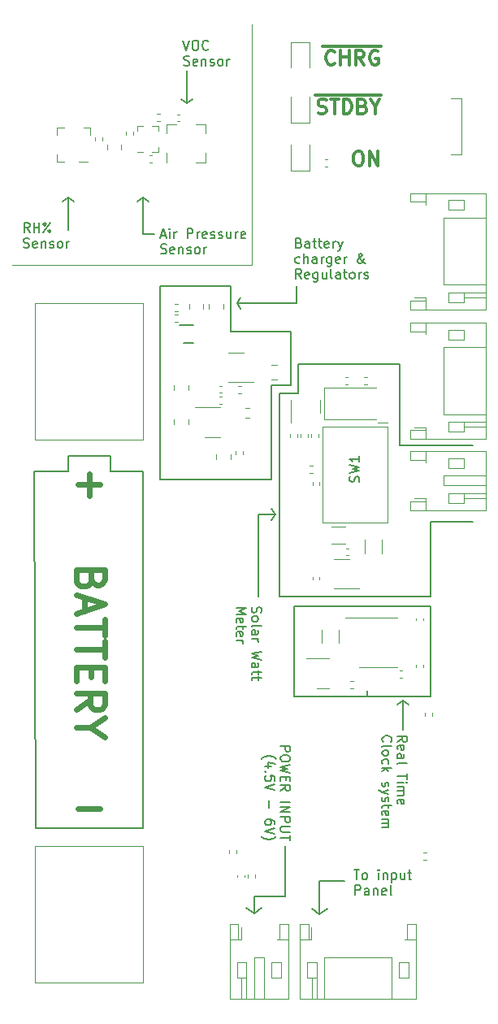
<source format=gbr>
%TF.GenerationSoftware,KiCad,Pcbnew,(6.0.9)*%
%TF.CreationDate,2023-05-10T12:51:21+05:30*%
%TF.ProjectId,WeatherKids_Compact(V1.0),57656174-6865-4724-9b69-64735f436f6d,rev?*%
%TF.SameCoordinates,Original*%
%TF.FileFunction,Legend,Top*%
%TF.FilePolarity,Positive*%
%FSLAX46Y46*%
G04 Gerber Fmt 4.6, Leading zero omitted, Abs format (unit mm)*
G04 Created by KiCad (PCBNEW (6.0.9)) date 2023-05-10 12:51:21*
%MOMM*%
%LPD*%
G01*
G04 APERTURE LIST*
%ADD10C,0.152400*%
%ADD11C,0.100000*%
%ADD12C,0.150000*%
%ADD13C,0.300000*%
%ADD14C,0.600000*%
%ADD15C,0.120000*%
G04 APERTURE END LIST*
D10*
X32000000Y-92700000D02*
X32800000Y-92100000D01*
X27800000Y-47400000D02*
X27800000Y-38400000D01*
X25200000Y-90800000D02*
X28400000Y-90800000D01*
X23400000Y-29000000D02*
X23800000Y-29600000D01*
X40400000Y-35400000D02*
X40400000Y-43800000D01*
X29000000Y-32000000D02*
X22800000Y-32000000D01*
X43600000Y-70000000D02*
X37100000Y-70000000D01*
X15400000Y-27200000D02*
X15400000Y-47400000D01*
X43600000Y-60600000D02*
X43600000Y-70000000D01*
X27800000Y-38400000D02*
X29200000Y-38400000D01*
X13600000Y-18000000D02*
X13000000Y-18400000D01*
X40700000Y-70450000D02*
X41300000Y-70850000D01*
X37000000Y-69400000D02*
X37000000Y-70000000D01*
X5800000Y-21400000D02*
X5800000Y-18000000D01*
X27800000Y-59600000D02*
X27800000Y-47400000D01*
X25200000Y-92600000D02*
X26000000Y-92000000D01*
X25600000Y-51000000D02*
X27400000Y-51000000D01*
X29600000Y-29000000D02*
X29600000Y-27200000D01*
X28400000Y-90800000D02*
X28400000Y-85600000D01*
X22800000Y-32000000D02*
X22800000Y-27200000D01*
D11*
X0Y-25000000D02*
X25000000Y-25000000D01*
D10*
X29200000Y-38400000D02*
X29800000Y-38400000D01*
D11*
X25000000Y-25000000D02*
X25000000Y0D01*
D10*
X13600000Y-46500000D02*
X13600000Y-83700000D01*
X40700000Y-73450000D02*
X40700000Y-70450000D01*
X43600000Y-59600000D02*
X27800000Y-59600000D01*
X13600000Y-18000000D02*
X14200000Y-18400000D01*
X29400000Y-70000000D02*
X29400000Y-60600000D01*
X29800000Y-35400000D02*
X40400000Y-35400000D01*
X29600000Y-29000000D02*
X23400000Y-29000000D01*
X27400000Y-51000000D02*
X27000000Y-50400000D01*
X40700000Y-70450000D02*
X40100000Y-70850000D01*
X27400000Y-51000000D02*
X27000000Y-51600000D01*
X25200000Y-92600000D02*
X24400000Y-92000000D01*
X15400000Y-47400000D02*
X27000000Y-47400000D01*
X23400000Y-29000000D02*
X23800000Y-28400000D01*
X13600000Y-21800000D02*
X14800000Y-21800000D01*
X43600000Y-51800000D02*
X43600000Y-59600000D01*
X18200000Y-8200000D02*
X17600000Y-7800000D01*
X2400000Y-83700000D02*
X2300000Y-46500000D01*
X27000000Y-37600000D02*
X29000000Y-37600000D01*
X5800000Y-44900000D02*
X10200000Y-44900000D01*
X34600000Y-89200000D02*
X32000000Y-89200000D01*
X18200000Y-4800000D02*
X18200000Y-8200000D01*
X5800000Y-46500000D02*
X5800000Y-44900000D01*
X40400000Y-43800000D02*
X48000000Y-43800000D01*
X10200000Y-44900000D02*
X10200000Y-46500000D01*
X27000000Y-47400000D02*
X27000000Y-37600000D01*
X29000000Y-37600000D02*
X29000000Y-32000000D01*
X29400000Y-60600000D02*
X43600000Y-60600000D01*
X13600000Y-83700000D02*
X2400000Y-83700000D01*
X13600000Y-21800000D02*
X13600000Y-18000000D01*
X5800000Y-18000000D02*
X5200000Y-18400000D01*
X37000000Y-70000000D02*
X29400000Y-70000000D01*
X48000000Y-51800000D02*
X43600000Y-51800000D01*
X25600000Y-51000000D02*
X25600000Y-59600000D01*
X32000000Y-89200000D02*
X32000000Y-92600000D01*
X25200000Y-92600000D02*
X25200000Y-90800000D01*
X22800000Y-27200000D02*
X15400000Y-27200000D01*
X5800000Y-18000000D02*
X6400000Y-18400000D01*
X2300000Y-46500000D02*
X5800000Y-46500000D01*
X18200000Y-8200000D02*
X18800000Y-7800000D01*
X10200000Y-46500000D02*
X13600000Y-46500000D01*
X32000000Y-92700000D02*
X31200000Y-92100000D01*
X29800000Y-38400000D02*
X29800000Y-35400000D01*
D12*
X29868928Y-22718571D02*
X30011785Y-22766190D01*
X30059404Y-22813809D01*
X30107023Y-22909047D01*
X30107023Y-23051904D01*
X30059404Y-23147142D01*
X30011785Y-23194761D01*
X29916547Y-23242380D01*
X29535595Y-23242380D01*
X29535595Y-22242380D01*
X29868928Y-22242380D01*
X29964166Y-22290000D01*
X30011785Y-22337619D01*
X30059404Y-22432857D01*
X30059404Y-22528095D01*
X30011785Y-22623333D01*
X29964166Y-22670952D01*
X29868928Y-22718571D01*
X29535595Y-22718571D01*
X30964166Y-23242380D02*
X30964166Y-22718571D01*
X30916547Y-22623333D01*
X30821309Y-22575714D01*
X30630833Y-22575714D01*
X30535595Y-22623333D01*
X30964166Y-23194761D02*
X30868928Y-23242380D01*
X30630833Y-23242380D01*
X30535595Y-23194761D01*
X30487976Y-23099523D01*
X30487976Y-23004285D01*
X30535595Y-22909047D01*
X30630833Y-22861428D01*
X30868928Y-22861428D01*
X30964166Y-22813809D01*
X31297500Y-22575714D02*
X31678452Y-22575714D01*
X31440357Y-22242380D02*
X31440357Y-23099523D01*
X31487976Y-23194761D01*
X31583214Y-23242380D01*
X31678452Y-23242380D01*
X31868928Y-22575714D02*
X32249880Y-22575714D01*
X32011785Y-22242380D02*
X32011785Y-23099523D01*
X32059404Y-23194761D01*
X32154642Y-23242380D01*
X32249880Y-23242380D01*
X32964166Y-23194761D02*
X32868928Y-23242380D01*
X32678452Y-23242380D01*
X32583214Y-23194761D01*
X32535595Y-23099523D01*
X32535595Y-22718571D01*
X32583214Y-22623333D01*
X32678452Y-22575714D01*
X32868928Y-22575714D01*
X32964166Y-22623333D01*
X33011785Y-22718571D01*
X33011785Y-22813809D01*
X32535595Y-22909047D01*
X33440357Y-23242380D02*
X33440357Y-22575714D01*
X33440357Y-22766190D02*
X33487976Y-22670952D01*
X33535595Y-22623333D01*
X33630833Y-22575714D01*
X33726071Y-22575714D01*
X33964166Y-22575714D02*
X34202261Y-23242380D01*
X34440357Y-22575714D02*
X34202261Y-23242380D01*
X34107023Y-23480476D01*
X34059404Y-23528095D01*
X33964166Y-23575714D01*
X29964166Y-24804761D02*
X29868928Y-24852380D01*
X29678452Y-24852380D01*
X29583214Y-24804761D01*
X29535595Y-24757142D01*
X29487976Y-24661904D01*
X29487976Y-24376190D01*
X29535595Y-24280952D01*
X29583214Y-24233333D01*
X29678452Y-24185714D01*
X29868928Y-24185714D01*
X29964166Y-24233333D01*
X30392738Y-24852380D02*
X30392738Y-23852380D01*
X30821309Y-24852380D02*
X30821309Y-24328571D01*
X30773690Y-24233333D01*
X30678452Y-24185714D01*
X30535595Y-24185714D01*
X30440357Y-24233333D01*
X30392738Y-24280952D01*
X31726071Y-24852380D02*
X31726071Y-24328571D01*
X31678452Y-24233333D01*
X31583214Y-24185714D01*
X31392738Y-24185714D01*
X31297500Y-24233333D01*
X31726071Y-24804761D02*
X31630833Y-24852380D01*
X31392738Y-24852380D01*
X31297500Y-24804761D01*
X31249880Y-24709523D01*
X31249880Y-24614285D01*
X31297500Y-24519047D01*
X31392738Y-24471428D01*
X31630833Y-24471428D01*
X31726071Y-24423809D01*
X32202261Y-24852380D02*
X32202261Y-24185714D01*
X32202261Y-24376190D02*
X32249880Y-24280952D01*
X32297500Y-24233333D01*
X32392738Y-24185714D01*
X32487976Y-24185714D01*
X33249880Y-24185714D02*
X33249880Y-24995238D01*
X33202261Y-25090476D01*
X33154642Y-25138095D01*
X33059404Y-25185714D01*
X32916547Y-25185714D01*
X32821309Y-25138095D01*
X33249880Y-24804761D02*
X33154642Y-24852380D01*
X32964166Y-24852380D01*
X32868928Y-24804761D01*
X32821309Y-24757142D01*
X32773690Y-24661904D01*
X32773690Y-24376190D01*
X32821309Y-24280952D01*
X32868928Y-24233333D01*
X32964166Y-24185714D01*
X33154642Y-24185714D01*
X33249880Y-24233333D01*
X34107023Y-24804761D02*
X34011785Y-24852380D01*
X33821309Y-24852380D01*
X33726071Y-24804761D01*
X33678452Y-24709523D01*
X33678452Y-24328571D01*
X33726071Y-24233333D01*
X33821309Y-24185714D01*
X34011785Y-24185714D01*
X34107023Y-24233333D01*
X34154642Y-24328571D01*
X34154642Y-24423809D01*
X33678452Y-24519047D01*
X34583214Y-24852380D02*
X34583214Y-24185714D01*
X34583214Y-24376190D02*
X34630833Y-24280952D01*
X34678452Y-24233333D01*
X34773690Y-24185714D01*
X34868928Y-24185714D01*
X36773690Y-24852380D02*
X36726071Y-24852380D01*
X36630833Y-24804761D01*
X36487976Y-24661904D01*
X36249880Y-24376190D01*
X36154642Y-24233333D01*
X36107023Y-24090476D01*
X36107023Y-23995238D01*
X36154642Y-23900000D01*
X36249880Y-23852380D01*
X36297500Y-23852380D01*
X36392738Y-23900000D01*
X36440357Y-23995238D01*
X36440357Y-24042857D01*
X36392738Y-24138095D01*
X36345119Y-24185714D01*
X36059404Y-24376190D01*
X36011785Y-24423809D01*
X35964166Y-24519047D01*
X35964166Y-24661904D01*
X36011785Y-24757142D01*
X36059404Y-24804761D01*
X36154642Y-24852380D01*
X36297500Y-24852380D01*
X36392738Y-24804761D01*
X36440357Y-24757142D01*
X36583214Y-24566666D01*
X36630833Y-24423809D01*
X36630833Y-24328571D01*
X30107023Y-26462380D02*
X29773690Y-25986190D01*
X29535595Y-26462380D02*
X29535595Y-25462380D01*
X29916547Y-25462380D01*
X30011785Y-25510000D01*
X30059404Y-25557619D01*
X30107023Y-25652857D01*
X30107023Y-25795714D01*
X30059404Y-25890952D01*
X30011785Y-25938571D01*
X29916547Y-25986190D01*
X29535595Y-25986190D01*
X30916547Y-26414761D02*
X30821309Y-26462380D01*
X30630833Y-26462380D01*
X30535595Y-26414761D01*
X30487976Y-26319523D01*
X30487976Y-25938571D01*
X30535595Y-25843333D01*
X30630833Y-25795714D01*
X30821309Y-25795714D01*
X30916547Y-25843333D01*
X30964166Y-25938571D01*
X30964166Y-26033809D01*
X30487976Y-26129047D01*
X31821309Y-25795714D02*
X31821309Y-26605238D01*
X31773690Y-26700476D01*
X31726071Y-26748095D01*
X31630833Y-26795714D01*
X31487976Y-26795714D01*
X31392738Y-26748095D01*
X31821309Y-26414761D02*
X31726071Y-26462380D01*
X31535595Y-26462380D01*
X31440357Y-26414761D01*
X31392738Y-26367142D01*
X31345119Y-26271904D01*
X31345119Y-25986190D01*
X31392738Y-25890952D01*
X31440357Y-25843333D01*
X31535595Y-25795714D01*
X31726071Y-25795714D01*
X31821309Y-25843333D01*
X32726071Y-25795714D02*
X32726071Y-26462380D01*
X32297500Y-25795714D02*
X32297500Y-26319523D01*
X32345119Y-26414761D01*
X32440357Y-26462380D01*
X32583214Y-26462380D01*
X32678452Y-26414761D01*
X32726071Y-26367142D01*
X33345119Y-26462380D02*
X33249880Y-26414761D01*
X33202261Y-26319523D01*
X33202261Y-25462380D01*
X34154642Y-26462380D02*
X34154642Y-25938571D01*
X34107023Y-25843333D01*
X34011785Y-25795714D01*
X33821309Y-25795714D01*
X33726071Y-25843333D01*
X34154642Y-26414761D02*
X34059404Y-26462380D01*
X33821309Y-26462380D01*
X33726071Y-26414761D01*
X33678452Y-26319523D01*
X33678452Y-26224285D01*
X33726071Y-26129047D01*
X33821309Y-26081428D01*
X34059404Y-26081428D01*
X34154642Y-26033809D01*
X34487976Y-25795714D02*
X34868928Y-25795714D01*
X34630833Y-25462380D02*
X34630833Y-26319523D01*
X34678452Y-26414761D01*
X34773690Y-26462380D01*
X34868928Y-26462380D01*
X35345119Y-26462380D02*
X35249880Y-26414761D01*
X35202261Y-26367142D01*
X35154642Y-26271904D01*
X35154642Y-25986190D01*
X35202261Y-25890952D01*
X35249880Y-25843333D01*
X35345119Y-25795714D01*
X35487976Y-25795714D01*
X35583214Y-25843333D01*
X35630833Y-25890952D01*
X35678452Y-25986190D01*
X35678452Y-26271904D01*
X35630833Y-26367142D01*
X35583214Y-26414761D01*
X35487976Y-26462380D01*
X35345119Y-26462380D01*
X36107023Y-26462380D02*
X36107023Y-25795714D01*
X36107023Y-25986190D02*
X36154642Y-25890952D01*
X36202261Y-25843333D01*
X36297500Y-25795714D01*
X36392738Y-25795714D01*
X36678452Y-26414761D02*
X36773690Y-26462380D01*
X36964166Y-26462380D01*
X37059404Y-26414761D01*
X37107023Y-26319523D01*
X37107023Y-26271904D01*
X37059404Y-26176666D01*
X36964166Y-26129047D01*
X36821309Y-26129047D01*
X36726071Y-26081428D01*
X36678452Y-25986190D01*
X36678452Y-25938571D01*
X36726071Y-25843333D01*
X36821309Y-25795714D01*
X36964166Y-25795714D01*
X37059404Y-25843333D01*
D13*
X31578571Y-7355000D02*
X33007143Y-7355000D01*
X31864285Y-9207142D02*
X32078571Y-9278571D01*
X32435714Y-9278571D01*
X32578571Y-9207142D01*
X32650000Y-9135714D01*
X32721428Y-8992857D01*
X32721428Y-8850000D01*
X32650000Y-8707142D01*
X32578571Y-8635714D01*
X32435714Y-8564285D01*
X32150000Y-8492857D01*
X32007143Y-8421428D01*
X31935714Y-8350000D01*
X31864285Y-8207142D01*
X31864285Y-8064285D01*
X31935714Y-7921428D01*
X32007143Y-7850000D01*
X32150000Y-7778571D01*
X32507143Y-7778571D01*
X32721428Y-7850000D01*
X33007143Y-7355000D02*
X34150000Y-7355000D01*
X33150000Y-7778571D02*
X34007143Y-7778571D01*
X33578571Y-9278571D02*
X33578571Y-7778571D01*
X34150000Y-7355000D02*
X35650000Y-7355000D01*
X34507143Y-9278571D02*
X34507143Y-7778571D01*
X34864285Y-7778571D01*
X35078571Y-7850000D01*
X35221428Y-7992857D01*
X35292857Y-8135714D01*
X35364285Y-8421428D01*
X35364285Y-8635714D01*
X35292857Y-8921428D01*
X35221428Y-9064285D01*
X35078571Y-9207142D01*
X34864285Y-9278571D01*
X34507143Y-9278571D01*
X35650000Y-7355000D02*
X37150000Y-7355000D01*
X36507143Y-8492857D02*
X36721428Y-8564285D01*
X36792857Y-8635714D01*
X36864285Y-8778571D01*
X36864285Y-8992857D01*
X36792857Y-9135714D01*
X36721428Y-9207142D01*
X36578571Y-9278571D01*
X36007143Y-9278571D01*
X36007143Y-7778571D01*
X36507143Y-7778571D01*
X36650000Y-7850000D01*
X36721428Y-7921428D01*
X36792857Y-8064285D01*
X36792857Y-8207142D01*
X36721428Y-8350000D01*
X36650000Y-8421428D01*
X36507143Y-8492857D01*
X36007143Y-8492857D01*
X37150000Y-7355000D02*
X38435714Y-7355000D01*
X37792857Y-8564285D02*
X37792857Y-9278571D01*
X37292857Y-7778571D02*
X37792857Y-8564285D01*
X38292857Y-7778571D01*
X32364285Y-2255000D02*
X33864285Y-2255000D01*
X33578571Y-4035714D02*
X33507142Y-4107142D01*
X33292857Y-4178571D01*
X33150000Y-4178571D01*
X32935714Y-4107142D01*
X32792857Y-3964285D01*
X32721428Y-3821428D01*
X32650000Y-3535714D01*
X32650000Y-3321428D01*
X32721428Y-3035714D01*
X32792857Y-2892857D01*
X32935714Y-2750000D01*
X33150000Y-2678571D01*
X33292857Y-2678571D01*
X33507142Y-2750000D01*
X33578571Y-2821428D01*
X33864285Y-2255000D02*
X35435714Y-2255000D01*
X34221428Y-4178571D02*
X34221428Y-2678571D01*
X34221428Y-3392857D02*
X35078571Y-3392857D01*
X35078571Y-4178571D02*
X35078571Y-2678571D01*
X35435714Y-2255000D02*
X36935714Y-2255000D01*
X36650000Y-4178571D02*
X36150000Y-3464285D01*
X35792857Y-4178571D02*
X35792857Y-2678571D01*
X36364285Y-2678571D01*
X36507142Y-2750000D01*
X36578571Y-2821428D01*
X36650000Y-2964285D01*
X36650000Y-3178571D01*
X36578571Y-3321428D01*
X36507142Y-3392857D01*
X36364285Y-3464285D01*
X35792857Y-3464285D01*
X36935714Y-2255000D02*
X38435714Y-2255000D01*
X38078571Y-2750000D02*
X37935714Y-2678571D01*
X37721428Y-2678571D01*
X37507142Y-2750000D01*
X37364285Y-2892857D01*
X37292857Y-3035714D01*
X37221428Y-3321428D01*
X37221428Y-3535714D01*
X37292857Y-3821428D01*
X37364285Y-3964285D01*
X37507142Y-4107142D01*
X37721428Y-4178571D01*
X37864285Y-4178571D01*
X38078571Y-4107142D01*
X38150000Y-4035714D01*
X38150000Y-3535714D01*
X37864285Y-3535714D01*
D14*
X8214285Y-57800000D02*
X8071428Y-58228571D01*
X7928571Y-58371428D01*
X7642857Y-58514285D01*
X7214285Y-58514285D01*
X6928571Y-58371428D01*
X6785714Y-58228571D01*
X6642857Y-57942857D01*
X6642857Y-56800000D01*
X9642857Y-56800000D01*
X9642857Y-57800000D01*
X9500000Y-58085714D01*
X9357142Y-58228571D01*
X9071428Y-58371428D01*
X8785714Y-58371428D01*
X8500000Y-58228571D01*
X8357142Y-58085714D01*
X8214285Y-57800000D01*
X8214285Y-56800000D01*
X7500000Y-59657142D02*
X7500000Y-61085714D01*
X6642857Y-59371428D02*
X9642857Y-60371428D01*
X6642857Y-61371428D01*
X9642857Y-61942857D02*
X9642857Y-63657142D01*
X6642857Y-62800000D02*
X9642857Y-62800000D01*
X9642857Y-64228571D02*
X9642857Y-65942857D01*
X6642857Y-65085714D02*
X9642857Y-65085714D01*
X8214285Y-66942857D02*
X8214285Y-67942857D01*
X6642857Y-68371428D02*
X6642857Y-66942857D01*
X9642857Y-66942857D01*
X9642857Y-68371428D01*
X6642857Y-71371428D02*
X8071428Y-70371428D01*
X6642857Y-69657142D02*
X9642857Y-69657142D01*
X9642857Y-70800000D01*
X9499999Y-71085714D01*
X9357142Y-71228571D01*
X9071428Y-71371428D01*
X8642857Y-71371428D01*
X8357142Y-71228571D01*
X8214285Y-71085714D01*
X8071428Y-70800000D01*
X8071428Y-69657142D01*
X8071428Y-73228571D02*
X6642857Y-73228571D01*
X9642857Y-72228571D02*
X8071428Y-73228571D01*
X9642857Y-74228571D01*
D13*
X35935714Y-13178571D02*
X36221428Y-13178571D01*
X36364286Y-13250000D01*
X36507143Y-13392857D01*
X36578571Y-13678571D01*
X36578571Y-14178571D01*
X36507143Y-14464285D01*
X36364286Y-14607142D01*
X36221428Y-14678571D01*
X35935714Y-14678571D01*
X35792857Y-14607142D01*
X35650000Y-14464285D01*
X35578571Y-14178571D01*
X35578571Y-13678571D01*
X35650000Y-13392857D01*
X35792857Y-13250000D01*
X35935714Y-13178571D01*
X37221428Y-14678571D02*
X37221428Y-13178571D01*
X38078571Y-14678571D01*
X38078571Y-13178571D01*
D14*
X6857142Y-47914285D02*
X9142857Y-47914285D01*
X8000000Y-49057142D02*
X8000000Y-46771428D01*
D12*
X40152619Y-74707023D02*
X40628809Y-74373690D01*
X40152619Y-74135595D02*
X41152619Y-74135595D01*
X41152619Y-74516547D01*
X41105000Y-74611785D01*
X41057380Y-74659404D01*
X40962142Y-74707023D01*
X40819285Y-74707023D01*
X40724047Y-74659404D01*
X40676428Y-74611785D01*
X40628809Y-74516547D01*
X40628809Y-74135595D01*
X40200238Y-75516547D02*
X40152619Y-75421309D01*
X40152619Y-75230833D01*
X40200238Y-75135595D01*
X40295476Y-75087976D01*
X40676428Y-75087976D01*
X40771666Y-75135595D01*
X40819285Y-75230833D01*
X40819285Y-75421309D01*
X40771666Y-75516547D01*
X40676428Y-75564166D01*
X40581190Y-75564166D01*
X40485952Y-75087976D01*
X40152619Y-76421309D02*
X40676428Y-76421309D01*
X40771666Y-76373690D01*
X40819285Y-76278452D01*
X40819285Y-76087976D01*
X40771666Y-75992738D01*
X40200238Y-76421309D02*
X40152619Y-76326071D01*
X40152619Y-76087976D01*
X40200238Y-75992738D01*
X40295476Y-75945119D01*
X40390714Y-75945119D01*
X40485952Y-75992738D01*
X40533571Y-76087976D01*
X40533571Y-76326071D01*
X40581190Y-76421309D01*
X40152619Y-77040357D02*
X40200238Y-76945119D01*
X40295476Y-76897500D01*
X41152619Y-76897500D01*
X41152619Y-78040357D02*
X41152619Y-78611785D01*
X40152619Y-78326071D02*
X41152619Y-78326071D01*
X40152619Y-78945119D02*
X40819285Y-78945119D01*
X41152619Y-78945119D02*
X41105000Y-78897500D01*
X41057380Y-78945119D01*
X41105000Y-78992738D01*
X41152619Y-78945119D01*
X41057380Y-78945119D01*
X40152619Y-79421309D02*
X40819285Y-79421309D01*
X40724047Y-79421309D02*
X40771666Y-79468928D01*
X40819285Y-79564166D01*
X40819285Y-79707023D01*
X40771666Y-79802261D01*
X40676428Y-79849880D01*
X40152619Y-79849880D01*
X40676428Y-79849880D02*
X40771666Y-79897500D01*
X40819285Y-79992738D01*
X40819285Y-80135595D01*
X40771666Y-80230833D01*
X40676428Y-80278452D01*
X40152619Y-80278452D01*
X40200238Y-81135595D02*
X40152619Y-81040357D01*
X40152619Y-80849880D01*
X40200238Y-80754642D01*
X40295476Y-80707023D01*
X40676428Y-80707023D01*
X40771666Y-80754642D01*
X40819285Y-80849880D01*
X40819285Y-81040357D01*
X40771666Y-81135595D01*
X40676428Y-81183214D01*
X40581190Y-81183214D01*
X40485952Y-80707023D01*
X38637857Y-74707023D02*
X38590238Y-74659404D01*
X38542619Y-74516547D01*
X38542619Y-74421309D01*
X38590238Y-74278452D01*
X38685476Y-74183214D01*
X38780714Y-74135595D01*
X38971190Y-74087976D01*
X39114047Y-74087976D01*
X39304523Y-74135595D01*
X39399761Y-74183214D01*
X39495000Y-74278452D01*
X39542619Y-74421309D01*
X39542619Y-74516547D01*
X39495000Y-74659404D01*
X39447380Y-74707023D01*
X38542619Y-75278452D02*
X38590238Y-75183214D01*
X38685476Y-75135595D01*
X39542619Y-75135595D01*
X38542619Y-75802261D02*
X38590238Y-75707023D01*
X38637857Y-75659404D01*
X38733095Y-75611785D01*
X39018809Y-75611785D01*
X39114047Y-75659404D01*
X39161666Y-75707023D01*
X39209285Y-75802261D01*
X39209285Y-75945119D01*
X39161666Y-76040357D01*
X39114047Y-76087976D01*
X39018809Y-76135595D01*
X38733095Y-76135595D01*
X38637857Y-76087976D01*
X38590238Y-76040357D01*
X38542619Y-75945119D01*
X38542619Y-75802261D01*
X38590238Y-76992738D02*
X38542619Y-76897500D01*
X38542619Y-76707023D01*
X38590238Y-76611785D01*
X38637857Y-76564166D01*
X38733095Y-76516547D01*
X39018809Y-76516547D01*
X39114047Y-76564166D01*
X39161666Y-76611785D01*
X39209285Y-76707023D01*
X39209285Y-76897500D01*
X39161666Y-76992738D01*
X38542619Y-77421309D02*
X39542619Y-77421309D01*
X38923571Y-77516547D02*
X38542619Y-77802261D01*
X39209285Y-77802261D02*
X38828333Y-77421309D01*
X38590238Y-78945119D02*
X38542619Y-79040357D01*
X38542619Y-79230833D01*
X38590238Y-79326071D01*
X38685476Y-79373690D01*
X38733095Y-79373690D01*
X38828333Y-79326071D01*
X38875952Y-79230833D01*
X38875952Y-79087976D01*
X38923571Y-78992738D01*
X39018809Y-78945119D01*
X39066428Y-78945119D01*
X39161666Y-78992738D01*
X39209285Y-79087976D01*
X39209285Y-79230833D01*
X39161666Y-79326071D01*
X39209285Y-79707023D02*
X38542619Y-79945119D01*
X39209285Y-80183214D02*
X38542619Y-79945119D01*
X38304523Y-79849880D01*
X38256904Y-79802261D01*
X38209285Y-79707023D01*
X38590238Y-80516547D02*
X38542619Y-80611785D01*
X38542619Y-80802261D01*
X38590238Y-80897500D01*
X38685476Y-80945119D01*
X38733095Y-80945119D01*
X38828333Y-80897500D01*
X38875952Y-80802261D01*
X38875952Y-80659404D01*
X38923571Y-80564166D01*
X39018809Y-80516547D01*
X39066428Y-80516547D01*
X39161666Y-80564166D01*
X39209285Y-80659404D01*
X39209285Y-80802261D01*
X39161666Y-80897500D01*
X39209285Y-81230833D02*
X39209285Y-81611785D01*
X39542619Y-81373690D02*
X38685476Y-81373690D01*
X38590238Y-81421309D01*
X38542619Y-81516547D01*
X38542619Y-81611785D01*
X38590238Y-82326071D02*
X38542619Y-82230833D01*
X38542619Y-82040357D01*
X38590238Y-81945119D01*
X38685476Y-81897500D01*
X39066428Y-81897500D01*
X39161666Y-81945119D01*
X39209285Y-82040357D01*
X39209285Y-82230833D01*
X39161666Y-82326071D01*
X39066428Y-82373690D01*
X38971190Y-82373690D01*
X38875952Y-81897500D01*
X38542619Y-82802261D02*
X39209285Y-82802261D01*
X39114047Y-82802261D02*
X39161666Y-82849880D01*
X39209285Y-82945119D01*
X39209285Y-83087976D01*
X39161666Y-83183214D01*
X39066428Y-83230833D01*
X38542619Y-83230833D01*
X39066428Y-83230833D02*
X39161666Y-83278452D01*
X39209285Y-83373690D01*
X39209285Y-83516547D01*
X39161666Y-83611785D01*
X39066428Y-83659404D01*
X38542619Y-83659404D01*
X15487976Y-21961666D02*
X15964166Y-21961666D01*
X15392738Y-22247380D02*
X15726071Y-21247380D01*
X16059404Y-22247380D01*
X16392738Y-22247380D02*
X16392738Y-21580714D01*
X16392738Y-21247380D02*
X16345119Y-21295000D01*
X16392738Y-21342619D01*
X16440357Y-21295000D01*
X16392738Y-21247380D01*
X16392738Y-21342619D01*
X16868928Y-22247380D02*
X16868928Y-21580714D01*
X16868928Y-21771190D02*
X16916547Y-21675952D01*
X16964166Y-21628333D01*
X17059404Y-21580714D01*
X17154642Y-21580714D01*
X18249880Y-22247380D02*
X18249880Y-21247380D01*
X18630833Y-21247380D01*
X18726071Y-21295000D01*
X18773690Y-21342619D01*
X18821309Y-21437857D01*
X18821309Y-21580714D01*
X18773690Y-21675952D01*
X18726071Y-21723571D01*
X18630833Y-21771190D01*
X18249880Y-21771190D01*
X19249880Y-22247380D02*
X19249880Y-21580714D01*
X19249880Y-21771190D02*
X19297500Y-21675952D01*
X19345119Y-21628333D01*
X19440357Y-21580714D01*
X19535595Y-21580714D01*
X20249880Y-22199761D02*
X20154642Y-22247380D01*
X19964166Y-22247380D01*
X19868928Y-22199761D01*
X19821309Y-22104523D01*
X19821309Y-21723571D01*
X19868928Y-21628333D01*
X19964166Y-21580714D01*
X20154642Y-21580714D01*
X20249880Y-21628333D01*
X20297500Y-21723571D01*
X20297500Y-21818809D01*
X19821309Y-21914047D01*
X20678452Y-22199761D02*
X20773690Y-22247380D01*
X20964166Y-22247380D01*
X21059404Y-22199761D01*
X21107023Y-22104523D01*
X21107023Y-22056904D01*
X21059404Y-21961666D01*
X20964166Y-21914047D01*
X20821309Y-21914047D01*
X20726071Y-21866428D01*
X20678452Y-21771190D01*
X20678452Y-21723571D01*
X20726071Y-21628333D01*
X20821309Y-21580714D01*
X20964166Y-21580714D01*
X21059404Y-21628333D01*
X21487976Y-22199761D02*
X21583214Y-22247380D01*
X21773690Y-22247380D01*
X21868928Y-22199761D01*
X21916547Y-22104523D01*
X21916547Y-22056904D01*
X21868928Y-21961666D01*
X21773690Y-21914047D01*
X21630833Y-21914047D01*
X21535595Y-21866428D01*
X21487976Y-21771190D01*
X21487976Y-21723571D01*
X21535595Y-21628333D01*
X21630833Y-21580714D01*
X21773690Y-21580714D01*
X21868928Y-21628333D01*
X22773690Y-21580714D02*
X22773690Y-22247380D01*
X22345119Y-21580714D02*
X22345119Y-22104523D01*
X22392738Y-22199761D01*
X22487976Y-22247380D01*
X22630833Y-22247380D01*
X22726071Y-22199761D01*
X22773690Y-22152142D01*
X23249880Y-22247380D02*
X23249880Y-21580714D01*
X23249880Y-21771190D02*
X23297500Y-21675952D01*
X23345119Y-21628333D01*
X23440357Y-21580714D01*
X23535595Y-21580714D01*
X24249880Y-22199761D02*
X24154642Y-22247380D01*
X23964166Y-22247380D01*
X23868928Y-22199761D01*
X23821309Y-22104523D01*
X23821309Y-21723571D01*
X23868928Y-21628333D01*
X23964166Y-21580714D01*
X24154642Y-21580714D01*
X24249880Y-21628333D01*
X24297500Y-21723571D01*
X24297500Y-21818809D01*
X23821309Y-21914047D01*
X15487976Y-23809761D02*
X15630833Y-23857380D01*
X15868928Y-23857380D01*
X15964166Y-23809761D01*
X16011785Y-23762142D01*
X16059404Y-23666904D01*
X16059404Y-23571666D01*
X16011785Y-23476428D01*
X15964166Y-23428809D01*
X15868928Y-23381190D01*
X15678452Y-23333571D01*
X15583214Y-23285952D01*
X15535595Y-23238333D01*
X15487976Y-23143095D01*
X15487976Y-23047857D01*
X15535595Y-22952619D01*
X15583214Y-22905000D01*
X15678452Y-22857380D01*
X15916547Y-22857380D01*
X16059404Y-22905000D01*
X16868928Y-23809761D02*
X16773690Y-23857380D01*
X16583214Y-23857380D01*
X16487976Y-23809761D01*
X16440357Y-23714523D01*
X16440357Y-23333571D01*
X16487976Y-23238333D01*
X16583214Y-23190714D01*
X16773690Y-23190714D01*
X16868928Y-23238333D01*
X16916547Y-23333571D01*
X16916547Y-23428809D01*
X16440357Y-23524047D01*
X17345119Y-23190714D02*
X17345119Y-23857380D01*
X17345119Y-23285952D02*
X17392738Y-23238333D01*
X17487976Y-23190714D01*
X17630833Y-23190714D01*
X17726071Y-23238333D01*
X17773690Y-23333571D01*
X17773690Y-23857380D01*
X18202261Y-23809761D02*
X18297500Y-23857380D01*
X18487976Y-23857380D01*
X18583214Y-23809761D01*
X18630833Y-23714523D01*
X18630833Y-23666904D01*
X18583214Y-23571666D01*
X18487976Y-23524047D01*
X18345119Y-23524047D01*
X18249880Y-23476428D01*
X18202261Y-23381190D01*
X18202261Y-23333571D01*
X18249880Y-23238333D01*
X18345119Y-23190714D01*
X18487976Y-23190714D01*
X18583214Y-23238333D01*
X19202261Y-23857380D02*
X19107023Y-23809761D01*
X19059404Y-23762142D01*
X19011785Y-23666904D01*
X19011785Y-23381190D01*
X19059404Y-23285952D01*
X19107023Y-23238333D01*
X19202261Y-23190714D01*
X19345119Y-23190714D01*
X19440357Y-23238333D01*
X19487976Y-23285952D01*
X19535595Y-23381190D01*
X19535595Y-23666904D01*
X19487976Y-23762142D01*
X19440357Y-23809761D01*
X19345119Y-23857380D01*
X19202261Y-23857380D01*
X19964166Y-23857380D02*
X19964166Y-23190714D01*
X19964166Y-23381190D02*
X20011785Y-23285952D01*
X20059404Y-23238333D01*
X20154642Y-23190714D01*
X20249880Y-23190714D01*
X1807023Y-21647380D02*
X1473690Y-21171190D01*
X1235595Y-21647380D02*
X1235595Y-20647380D01*
X1616547Y-20647380D01*
X1711785Y-20695000D01*
X1759404Y-20742619D01*
X1807023Y-20837857D01*
X1807023Y-20980714D01*
X1759404Y-21075952D01*
X1711785Y-21123571D01*
X1616547Y-21171190D01*
X1235595Y-21171190D01*
X2235595Y-21647380D02*
X2235595Y-20647380D01*
X2235595Y-21123571D02*
X2807023Y-21123571D01*
X2807023Y-21647380D02*
X2807023Y-20647380D01*
X3235595Y-21647380D02*
X3997499Y-20647380D01*
X3378452Y-20647380D02*
X3473690Y-20695000D01*
X3521309Y-20790238D01*
X3473690Y-20885476D01*
X3378452Y-20933095D01*
X3283214Y-20885476D01*
X3235595Y-20790238D01*
X3283214Y-20695000D01*
X3378452Y-20647380D01*
X3949880Y-21599761D02*
X3997499Y-21504523D01*
X3949880Y-21409285D01*
X3854642Y-21361666D01*
X3759404Y-21409285D01*
X3711785Y-21504523D01*
X3759404Y-21599761D01*
X3854642Y-21647380D01*
X3949880Y-21599761D01*
X1187976Y-23209761D02*
X1330833Y-23257380D01*
X1568928Y-23257380D01*
X1664166Y-23209761D01*
X1711785Y-23162142D01*
X1759404Y-23066904D01*
X1759404Y-22971666D01*
X1711785Y-22876428D01*
X1664166Y-22828809D01*
X1568928Y-22781190D01*
X1378452Y-22733571D01*
X1283214Y-22685952D01*
X1235595Y-22638333D01*
X1187976Y-22543095D01*
X1187976Y-22447857D01*
X1235595Y-22352619D01*
X1283214Y-22305000D01*
X1378452Y-22257380D01*
X1616547Y-22257380D01*
X1759404Y-22305000D01*
X2568928Y-23209761D02*
X2473690Y-23257380D01*
X2283214Y-23257380D01*
X2187976Y-23209761D01*
X2140357Y-23114523D01*
X2140357Y-22733571D01*
X2187976Y-22638333D01*
X2283214Y-22590714D01*
X2473690Y-22590714D01*
X2568928Y-22638333D01*
X2616547Y-22733571D01*
X2616547Y-22828809D01*
X2140357Y-22924047D01*
X3045119Y-22590714D02*
X3045119Y-23257380D01*
X3045119Y-22685952D02*
X3092738Y-22638333D01*
X3187976Y-22590714D01*
X3330833Y-22590714D01*
X3426071Y-22638333D01*
X3473690Y-22733571D01*
X3473690Y-23257380D01*
X3902261Y-23209761D02*
X3997499Y-23257380D01*
X4187976Y-23257380D01*
X4283214Y-23209761D01*
X4330833Y-23114523D01*
X4330833Y-23066904D01*
X4283214Y-22971666D01*
X4187976Y-22924047D01*
X4045119Y-22924047D01*
X3949880Y-22876428D01*
X3902261Y-22781190D01*
X3902261Y-22733571D01*
X3949880Y-22638333D01*
X4045119Y-22590714D01*
X4187976Y-22590714D01*
X4283214Y-22638333D01*
X4902261Y-23257380D02*
X4807023Y-23209761D01*
X4759404Y-23162142D01*
X4711785Y-23066904D01*
X4711785Y-22781190D01*
X4759404Y-22685952D01*
X4807023Y-22638333D01*
X4902261Y-22590714D01*
X5045119Y-22590714D01*
X5140357Y-22638333D01*
X5187976Y-22685952D01*
X5235595Y-22781190D01*
X5235595Y-23066904D01*
X5187976Y-23162142D01*
X5140357Y-23209761D01*
X5045119Y-23257380D01*
X4902261Y-23257380D01*
X5664166Y-23257380D02*
X5664166Y-22590714D01*
X5664166Y-22781190D02*
X5711785Y-22685952D01*
X5759404Y-22638333D01*
X5854642Y-22590714D01*
X5949880Y-22590714D01*
D14*
X9142857Y-81685714D02*
X6857142Y-81685714D01*
D12*
X17792738Y-1647380D02*
X18126071Y-2647380D01*
X18459404Y-1647380D01*
X18983214Y-1647380D02*
X19173690Y-1647380D01*
X19268928Y-1695000D01*
X19364166Y-1790238D01*
X19411785Y-1980714D01*
X19411785Y-2314047D01*
X19364166Y-2504523D01*
X19268928Y-2599761D01*
X19173690Y-2647380D01*
X18983214Y-2647380D01*
X18887976Y-2599761D01*
X18792738Y-2504523D01*
X18745119Y-2314047D01*
X18745119Y-1980714D01*
X18792738Y-1790238D01*
X18887976Y-1695000D01*
X18983214Y-1647380D01*
X20411785Y-2552142D02*
X20364166Y-2599761D01*
X20221309Y-2647380D01*
X20126071Y-2647380D01*
X19983214Y-2599761D01*
X19887976Y-2504523D01*
X19840357Y-2409285D01*
X19792738Y-2218809D01*
X19792738Y-2075952D01*
X19840357Y-1885476D01*
X19887976Y-1790238D01*
X19983214Y-1695000D01*
X20126071Y-1647380D01*
X20221309Y-1647380D01*
X20364166Y-1695000D01*
X20411785Y-1742619D01*
X17887976Y-4209761D02*
X18030833Y-4257380D01*
X18268928Y-4257380D01*
X18364166Y-4209761D01*
X18411785Y-4162142D01*
X18459404Y-4066904D01*
X18459404Y-3971666D01*
X18411785Y-3876428D01*
X18364166Y-3828809D01*
X18268928Y-3781190D01*
X18078452Y-3733571D01*
X17983214Y-3685952D01*
X17935595Y-3638333D01*
X17887976Y-3543095D01*
X17887976Y-3447857D01*
X17935595Y-3352619D01*
X17983214Y-3305000D01*
X18078452Y-3257380D01*
X18316547Y-3257380D01*
X18459404Y-3305000D01*
X19268928Y-4209761D02*
X19173690Y-4257380D01*
X18983214Y-4257380D01*
X18887976Y-4209761D01*
X18840357Y-4114523D01*
X18840357Y-3733571D01*
X18887976Y-3638333D01*
X18983214Y-3590714D01*
X19173690Y-3590714D01*
X19268928Y-3638333D01*
X19316547Y-3733571D01*
X19316547Y-3828809D01*
X18840357Y-3924047D01*
X19745119Y-3590714D02*
X19745119Y-4257380D01*
X19745119Y-3685952D02*
X19792738Y-3638333D01*
X19887976Y-3590714D01*
X20030833Y-3590714D01*
X20126071Y-3638333D01*
X20173690Y-3733571D01*
X20173690Y-4257380D01*
X20602261Y-4209761D02*
X20697500Y-4257380D01*
X20887976Y-4257380D01*
X20983214Y-4209761D01*
X21030833Y-4114523D01*
X21030833Y-4066904D01*
X20983214Y-3971666D01*
X20887976Y-3924047D01*
X20745119Y-3924047D01*
X20649880Y-3876428D01*
X20602261Y-3781190D01*
X20602261Y-3733571D01*
X20649880Y-3638333D01*
X20745119Y-3590714D01*
X20887976Y-3590714D01*
X20983214Y-3638333D01*
X21602261Y-4257380D02*
X21507023Y-4209761D01*
X21459404Y-4162142D01*
X21411785Y-4066904D01*
X21411785Y-3781190D01*
X21459404Y-3685952D01*
X21507023Y-3638333D01*
X21602261Y-3590714D01*
X21745119Y-3590714D01*
X21840357Y-3638333D01*
X21887976Y-3685952D01*
X21935595Y-3781190D01*
X21935595Y-4066904D01*
X21887976Y-4162142D01*
X21840357Y-4209761D01*
X21745119Y-4257380D01*
X21602261Y-4257380D01*
X22364166Y-4257380D02*
X22364166Y-3590714D01*
X22364166Y-3781190D02*
X22411785Y-3685952D01*
X22459404Y-3638333D01*
X22554642Y-3590714D01*
X22649880Y-3590714D01*
X35592738Y-88047380D02*
X36164166Y-88047380D01*
X35878452Y-89047380D02*
X35878452Y-88047380D01*
X36640357Y-89047380D02*
X36545119Y-88999761D01*
X36497500Y-88952142D01*
X36449880Y-88856904D01*
X36449880Y-88571190D01*
X36497500Y-88475952D01*
X36545119Y-88428333D01*
X36640357Y-88380714D01*
X36783214Y-88380714D01*
X36878452Y-88428333D01*
X36926071Y-88475952D01*
X36973690Y-88571190D01*
X36973690Y-88856904D01*
X36926071Y-88952142D01*
X36878452Y-88999761D01*
X36783214Y-89047380D01*
X36640357Y-89047380D01*
X38164166Y-89047380D02*
X38164166Y-88380714D01*
X38164166Y-88047380D02*
X38116547Y-88095000D01*
X38164166Y-88142619D01*
X38211785Y-88095000D01*
X38164166Y-88047380D01*
X38164166Y-88142619D01*
X38640357Y-88380714D02*
X38640357Y-89047380D01*
X38640357Y-88475952D02*
X38687976Y-88428333D01*
X38783214Y-88380714D01*
X38926071Y-88380714D01*
X39021309Y-88428333D01*
X39068928Y-88523571D01*
X39068928Y-89047380D01*
X39545119Y-88380714D02*
X39545119Y-89380714D01*
X39545119Y-88428333D02*
X39640357Y-88380714D01*
X39830833Y-88380714D01*
X39926071Y-88428333D01*
X39973690Y-88475952D01*
X40021309Y-88571190D01*
X40021309Y-88856904D01*
X39973690Y-88952142D01*
X39926071Y-88999761D01*
X39830833Y-89047380D01*
X39640357Y-89047380D01*
X39545119Y-88999761D01*
X40878452Y-88380714D02*
X40878452Y-89047380D01*
X40449880Y-88380714D02*
X40449880Y-88904523D01*
X40497500Y-88999761D01*
X40592738Y-89047380D01*
X40735595Y-89047380D01*
X40830833Y-88999761D01*
X40878452Y-88952142D01*
X41211785Y-88380714D02*
X41592738Y-88380714D01*
X41354642Y-88047380D02*
X41354642Y-88904523D01*
X41402261Y-88999761D01*
X41497500Y-89047380D01*
X41592738Y-89047380D01*
X35735595Y-90657380D02*
X35735595Y-89657380D01*
X36116547Y-89657380D01*
X36211785Y-89705000D01*
X36259404Y-89752619D01*
X36307023Y-89847857D01*
X36307023Y-89990714D01*
X36259404Y-90085952D01*
X36211785Y-90133571D01*
X36116547Y-90181190D01*
X35735595Y-90181190D01*
X37164166Y-90657380D02*
X37164166Y-90133571D01*
X37116547Y-90038333D01*
X37021309Y-89990714D01*
X36830833Y-89990714D01*
X36735595Y-90038333D01*
X37164166Y-90609761D02*
X37068928Y-90657380D01*
X36830833Y-90657380D01*
X36735595Y-90609761D01*
X36687976Y-90514523D01*
X36687976Y-90419285D01*
X36735595Y-90324047D01*
X36830833Y-90276428D01*
X37068928Y-90276428D01*
X37164166Y-90228809D01*
X37640357Y-89990714D02*
X37640357Y-90657380D01*
X37640357Y-90085952D02*
X37687976Y-90038333D01*
X37783214Y-89990714D01*
X37926071Y-89990714D01*
X38021309Y-90038333D01*
X38068928Y-90133571D01*
X38068928Y-90657380D01*
X38926071Y-90609761D02*
X38830833Y-90657380D01*
X38640357Y-90657380D01*
X38545119Y-90609761D01*
X38497500Y-90514523D01*
X38497500Y-90133571D01*
X38545119Y-90038333D01*
X38640357Y-89990714D01*
X38830833Y-89990714D01*
X38926071Y-90038333D01*
X38973690Y-90133571D01*
X38973690Y-90228809D01*
X38497500Y-90324047D01*
X39545119Y-90657380D02*
X39449880Y-90609761D01*
X39402261Y-90514523D01*
X39402261Y-89657380D01*
X25000238Y-60687976D02*
X24952619Y-60830833D01*
X24952619Y-61068928D01*
X25000238Y-61164166D01*
X25047857Y-61211785D01*
X25143095Y-61259404D01*
X25238333Y-61259404D01*
X25333571Y-61211785D01*
X25381190Y-61164166D01*
X25428809Y-61068928D01*
X25476428Y-60878452D01*
X25524047Y-60783214D01*
X25571666Y-60735595D01*
X25666904Y-60687976D01*
X25762142Y-60687976D01*
X25857380Y-60735595D01*
X25905000Y-60783214D01*
X25952619Y-60878452D01*
X25952619Y-61116547D01*
X25905000Y-61259404D01*
X24952619Y-61830833D02*
X25000238Y-61735595D01*
X25047857Y-61687976D01*
X25143095Y-61640357D01*
X25428809Y-61640357D01*
X25524047Y-61687976D01*
X25571666Y-61735595D01*
X25619285Y-61830833D01*
X25619285Y-61973690D01*
X25571666Y-62068928D01*
X25524047Y-62116547D01*
X25428809Y-62164166D01*
X25143095Y-62164166D01*
X25047857Y-62116547D01*
X25000238Y-62068928D01*
X24952619Y-61973690D01*
X24952619Y-61830833D01*
X24952619Y-62735595D02*
X25000238Y-62640357D01*
X25095476Y-62592738D01*
X25952619Y-62592738D01*
X24952619Y-63545119D02*
X25476428Y-63545119D01*
X25571666Y-63497500D01*
X25619285Y-63402261D01*
X25619285Y-63211785D01*
X25571666Y-63116547D01*
X25000238Y-63545119D02*
X24952619Y-63449880D01*
X24952619Y-63211785D01*
X25000238Y-63116547D01*
X25095476Y-63068928D01*
X25190714Y-63068928D01*
X25285952Y-63116547D01*
X25333571Y-63211785D01*
X25333571Y-63449880D01*
X25381190Y-63545119D01*
X24952619Y-64021309D02*
X25619285Y-64021309D01*
X25428809Y-64021309D02*
X25524047Y-64068928D01*
X25571666Y-64116547D01*
X25619285Y-64211785D01*
X25619285Y-64307023D01*
X25952619Y-65307023D02*
X24952619Y-65545119D01*
X25666904Y-65735595D01*
X24952619Y-65926071D01*
X25952619Y-66164166D01*
X24952619Y-66973690D02*
X25476428Y-66973690D01*
X25571666Y-66926071D01*
X25619285Y-66830833D01*
X25619285Y-66640357D01*
X25571666Y-66545119D01*
X25000238Y-66973690D02*
X24952619Y-66878452D01*
X24952619Y-66640357D01*
X25000238Y-66545119D01*
X25095476Y-66497500D01*
X25190714Y-66497500D01*
X25285952Y-66545119D01*
X25333571Y-66640357D01*
X25333571Y-66878452D01*
X25381190Y-66973690D01*
X25619285Y-67307023D02*
X25619285Y-67687976D01*
X25952619Y-67449880D02*
X25095476Y-67449880D01*
X25000238Y-67497500D01*
X24952619Y-67592738D01*
X24952619Y-67687976D01*
X25619285Y-67878452D02*
X25619285Y-68259404D01*
X25952619Y-68021309D02*
X25095476Y-68021309D01*
X25000238Y-68068928D01*
X24952619Y-68164166D01*
X24952619Y-68259404D01*
X23342619Y-60735595D02*
X24342619Y-60735595D01*
X23628333Y-61068928D01*
X24342619Y-61402261D01*
X23342619Y-61402261D01*
X23390238Y-62259404D02*
X23342619Y-62164166D01*
X23342619Y-61973690D01*
X23390238Y-61878452D01*
X23485476Y-61830833D01*
X23866428Y-61830833D01*
X23961666Y-61878452D01*
X24009285Y-61973690D01*
X24009285Y-62164166D01*
X23961666Y-62259404D01*
X23866428Y-62307023D01*
X23771190Y-62307023D01*
X23675952Y-61830833D01*
X24009285Y-62592738D02*
X24009285Y-62973690D01*
X24342619Y-62735595D02*
X23485476Y-62735595D01*
X23390238Y-62783214D01*
X23342619Y-62878452D01*
X23342619Y-62973690D01*
X23390238Y-63687976D02*
X23342619Y-63592738D01*
X23342619Y-63402261D01*
X23390238Y-63307023D01*
X23485476Y-63259404D01*
X23866428Y-63259404D01*
X23961666Y-63307023D01*
X24009285Y-63402261D01*
X24009285Y-63592738D01*
X23961666Y-63687976D01*
X23866428Y-63735595D01*
X23771190Y-63735595D01*
X23675952Y-63259404D01*
X23342619Y-64164166D02*
X24009285Y-64164166D01*
X23818809Y-64164166D02*
X23914047Y-64211785D01*
X23961666Y-64259404D01*
X24009285Y-64354642D01*
X24009285Y-64449880D01*
X27952619Y-75150119D02*
X28952619Y-75150119D01*
X28952619Y-75531071D01*
X28905000Y-75626309D01*
X28857380Y-75673928D01*
X28762142Y-75721547D01*
X28619285Y-75721547D01*
X28524047Y-75673928D01*
X28476428Y-75626309D01*
X28428809Y-75531071D01*
X28428809Y-75150119D01*
X28952619Y-76340595D02*
X28952619Y-76531071D01*
X28905000Y-76626309D01*
X28809761Y-76721547D01*
X28619285Y-76769166D01*
X28285952Y-76769166D01*
X28095476Y-76721547D01*
X28000238Y-76626309D01*
X27952619Y-76531071D01*
X27952619Y-76340595D01*
X28000238Y-76245357D01*
X28095476Y-76150119D01*
X28285952Y-76102500D01*
X28619285Y-76102500D01*
X28809761Y-76150119D01*
X28905000Y-76245357D01*
X28952619Y-76340595D01*
X28952619Y-77102500D02*
X27952619Y-77340595D01*
X28666904Y-77531071D01*
X27952619Y-77721547D01*
X28952619Y-77959642D01*
X28476428Y-78340595D02*
X28476428Y-78673928D01*
X27952619Y-78816785D02*
X27952619Y-78340595D01*
X28952619Y-78340595D01*
X28952619Y-78816785D01*
X27952619Y-79816785D02*
X28428809Y-79483452D01*
X27952619Y-79245357D02*
X28952619Y-79245357D01*
X28952619Y-79626309D01*
X28905000Y-79721547D01*
X28857380Y-79769166D01*
X28762142Y-79816785D01*
X28619285Y-79816785D01*
X28524047Y-79769166D01*
X28476428Y-79721547D01*
X28428809Y-79626309D01*
X28428809Y-79245357D01*
X27952619Y-81007261D02*
X28952619Y-81007261D01*
X27952619Y-81483452D02*
X28952619Y-81483452D01*
X27952619Y-82054880D01*
X28952619Y-82054880D01*
X27952619Y-82531071D02*
X28952619Y-82531071D01*
X28952619Y-82912023D01*
X28905000Y-83007261D01*
X28857380Y-83054880D01*
X28762142Y-83102500D01*
X28619285Y-83102500D01*
X28524047Y-83054880D01*
X28476428Y-83007261D01*
X28428809Y-82912023D01*
X28428809Y-82531071D01*
X28952619Y-83531071D02*
X28143095Y-83531071D01*
X28047857Y-83578690D01*
X28000238Y-83626309D01*
X27952619Y-83721547D01*
X27952619Y-83912023D01*
X28000238Y-84007261D01*
X28047857Y-84054880D01*
X28143095Y-84102500D01*
X28952619Y-84102500D01*
X28952619Y-84435833D02*
X28952619Y-85007261D01*
X27952619Y-84721547D02*
X28952619Y-84721547D01*
X25961666Y-76483452D02*
X26009285Y-76435833D01*
X26152142Y-76340595D01*
X26247380Y-76292976D01*
X26390238Y-76245357D01*
X26628333Y-76197738D01*
X26818809Y-76197738D01*
X27056904Y-76245357D01*
X27199761Y-76292976D01*
X27295000Y-76340595D01*
X27437857Y-76435833D01*
X27485476Y-76483452D01*
X27009285Y-77292976D02*
X26342619Y-77292976D01*
X27390238Y-77054880D02*
X26675952Y-76816785D01*
X26675952Y-77435833D01*
X26437857Y-77816785D02*
X26390238Y-77864404D01*
X26342619Y-77816785D01*
X26390238Y-77769166D01*
X26437857Y-77816785D01*
X26342619Y-77816785D01*
X27342619Y-78769166D02*
X27342619Y-78292976D01*
X26866428Y-78245357D01*
X26914047Y-78292976D01*
X26961666Y-78388214D01*
X26961666Y-78626309D01*
X26914047Y-78721547D01*
X26866428Y-78769166D01*
X26771190Y-78816785D01*
X26533095Y-78816785D01*
X26437857Y-78769166D01*
X26390238Y-78721547D01*
X26342619Y-78626309D01*
X26342619Y-78388214D01*
X26390238Y-78292976D01*
X26437857Y-78245357D01*
X27342619Y-79102500D02*
X26342619Y-79435833D01*
X27342619Y-79769166D01*
X26723571Y-80864404D02*
X26723571Y-81626309D01*
X27342619Y-83292976D02*
X27342619Y-83102500D01*
X27295000Y-83007261D01*
X27247380Y-82959642D01*
X27104523Y-82864404D01*
X26914047Y-82816785D01*
X26533095Y-82816785D01*
X26437857Y-82864404D01*
X26390238Y-82912023D01*
X26342619Y-83007261D01*
X26342619Y-83197738D01*
X26390238Y-83292976D01*
X26437857Y-83340595D01*
X26533095Y-83388214D01*
X26771190Y-83388214D01*
X26866428Y-83340595D01*
X26914047Y-83292976D01*
X26961666Y-83197738D01*
X26961666Y-83007261D01*
X26914047Y-82912023D01*
X26866428Y-82864404D01*
X26771190Y-82816785D01*
X27342619Y-83673928D02*
X26342619Y-84007261D01*
X27342619Y-84340595D01*
X25961666Y-84578690D02*
X26009285Y-84626309D01*
X26152142Y-84721547D01*
X26247380Y-84769166D01*
X26390238Y-84816785D01*
X26628333Y-84864404D01*
X26818809Y-84864404D01*
X27056904Y-84816785D01*
X27199761Y-84769166D01*
X27295000Y-84721547D01*
X27437857Y-84626309D01*
X27485476Y-84578690D01*
%TO.C,SW1*%
X36114761Y-47633333D02*
X36162380Y-47490476D01*
X36162380Y-47252380D01*
X36114761Y-47157142D01*
X36067142Y-47109523D01*
X35971904Y-47061904D01*
X35876666Y-47061904D01*
X35781428Y-47109523D01*
X35733809Y-47157142D01*
X35686190Y-47252380D01*
X35638571Y-47442857D01*
X35590952Y-47538095D01*
X35543333Y-47585714D01*
X35448095Y-47633333D01*
X35352857Y-47633333D01*
X35257619Y-47585714D01*
X35210000Y-47538095D01*
X35162380Y-47442857D01*
X35162380Y-47204761D01*
X35210000Y-47061904D01*
X35162380Y-46728571D02*
X36162380Y-46490476D01*
X35448095Y-46300000D01*
X36162380Y-46109523D01*
X35162380Y-45871428D01*
X36162380Y-44966666D02*
X36162380Y-45538095D01*
X36162380Y-45252380D02*
X35162380Y-45252380D01*
X35305238Y-45347619D01*
X35400476Y-45442857D01*
X35448095Y-45538095D01*
D15*
%TO.C,J10*%
X13650000Y-29000000D02*
X2350000Y-29000000D01*
X13650000Y-43250000D02*
X13650000Y-29000000D01*
X13650000Y-43250000D02*
X2350000Y-43250000D01*
X2350000Y-43250000D02*
X2350000Y-29000000D01*
%TO.C,J9*%
X13650000Y-85550000D02*
X13650000Y-99800000D01*
X2350000Y-85550000D02*
X13650000Y-85550000D01*
X2350000Y-85550000D02*
X2350000Y-99800000D01*
X2350000Y-99800000D02*
X13650000Y-99800000D01*
%TO.C,SW1*%
X39110000Y-51900000D02*
X39110000Y-41900000D01*
X39110000Y-41900000D02*
X32310000Y-41900000D01*
X32310000Y-41900000D02*
X32310000Y-51900000D01*
X32310000Y-51900000D02*
X39110000Y-51900000D01*
X39110000Y-41500000D02*
X38110000Y-41500000D01*
%TO.C,J4*%
X23560000Y-95290000D02*
X23560000Y-93690000D01*
X28000000Y-97650000D02*
X28000000Y-99250000D01*
X23400000Y-99250000D02*
X24400000Y-99250000D01*
X23840000Y-95290000D02*
X23840000Y-94075000D01*
X27840000Y-95290000D02*
X27560000Y-95290000D01*
X24400000Y-99250000D02*
X24400000Y-97650000D01*
X27000000Y-99250000D02*
X27000000Y-97650000D01*
X23560000Y-93690000D02*
X22640000Y-93690000D01*
X27000000Y-97650000D02*
X28000000Y-97650000D01*
X23840000Y-95290000D02*
X23560000Y-95290000D01*
X22640000Y-95290000D02*
X23560000Y-95290000D01*
X25200000Y-101510000D02*
X25200000Y-97150000D01*
X23400000Y-97650000D02*
X23400000Y-99250000D01*
X28000000Y-99250000D02*
X27000000Y-99250000D01*
X28760000Y-101510000D02*
X28760000Y-93690000D01*
X23900000Y-99250000D02*
X23900000Y-101510000D01*
X28760000Y-95290000D02*
X27840000Y-95290000D01*
X24400000Y-97650000D02*
X23400000Y-97650000D01*
X28760000Y-93690000D02*
X27840000Y-93690000D01*
X25200000Y-97150000D02*
X26200000Y-97150000D01*
X22640000Y-93690000D02*
X22640000Y-101510000D01*
X26200000Y-97150000D02*
X26200000Y-101510000D01*
X22640000Y-101510000D02*
X28760000Y-101510000D01*
X24400000Y-99250000D02*
X24400000Y-101510000D01*
X27840000Y-93690000D02*
X27840000Y-95290000D01*
%TO.C,D4*%
X32350000Y-69110000D02*
X31700000Y-69110000D01*
X32350000Y-65990000D02*
X33000000Y-65990000D01*
X32350000Y-69110000D02*
X33000000Y-69110000D01*
X32350000Y-65990000D02*
X30675000Y-65990000D01*
%TO.C,C11*%
X16865000Y-37538748D02*
X16865000Y-38061252D01*
X18335000Y-37538748D02*
X18335000Y-38061252D01*
%TO.C,J3*%
X41490000Y-42240000D02*
X41490000Y-43160000D01*
X45450000Y-41400000D02*
X45450000Y-42400000D01*
X43090000Y-41960000D02*
X43090000Y-42240000D01*
X43090000Y-31960000D02*
X43090000Y-32240000D01*
X47050000Y-31800000D02*
X47050000Y-32800000D01*
X47050000Y-41400000D02*
X45450000Y-41400000D01*
X47050000Y-41900000D02*
X49310000Y-41900000D01*
X44950000Y-33600000D02*
X49310000Y-33600000D01*
X49310000Y-31040000D02*
X41490000Y-31040000D01*
X49310000Y-40600000D02*
X44950000Y-40600000D01*
X47050000Y-32800000D02*
X45450000Y-32800000D01*
X45450000Y-32800000D02*
X45450000Y-31800000D01*
X47050000Y-41400000D02*
X49310000Y-41400000D01*
X41490000Y-31040000D02*
X41490000Y-31960000D01*
X44950000Y-40600000D02*
X44950000Y-33600000D01*
X45450000Y-31800000D02*
X47050000Y-31800000D01*
X41490000Y-43160000D02*
X49310000Y-43160000D01*
X47050000Y-42400000D02*
X47050000Y-41400000D01*
X43090000Y-43160000D02*
X43090000Y-42240000D01*
X43090000Y-31040000D02*
X43090000Y-31960000D01*
X43090000Y-42240000D02*
X41490000Y-42240000D01*
X43090000Y-41960000D02*
X41875000Y-41960000D01*
X49310000Y-43160000D02*
X49310000Y-31040000D01*
X41490000Y-31960000D02*
X43090000Y-31960000D01*
X45450000Y-42400000D02*
X47050000Y-42400000D01*
%TO.C,U2*%
X34312500Y-55640000D02*
X33512500Y-55640000D01*
X34312500Y-58760000D02*
X33512500Y-58760000D01*
X34312500Y-58760000D02*
X36112500Y-58760000D01*
X34312500Y-55640000D02*
X35112500Y-55640000D01*
%TO.C,R10*%
X31930000Y-42953641D02*
X31930000Y-42646359D01*
X31170000Y-42953641D02*
X31170000Y-42646359D01*
%TO.C,U9*%
X38125000Y-66915000D02*
X40075000Y-66915000D01*
X38125000Y-61795000D02*
X40075000Y-61795000D01*
X38125000Y-61795000D02*
X34675000Y-61795000D01*
X38125000Y-66915000D02*
X36175000Y-66915000D01*
%TO.C,R9*%
X12580000Y-11146359D02*
X12580000Y-11453641D01*
X11820000Y-11146359D02*
X11820000Y-11453641D01*
%TO.C,Y1*%
X34000000Y-63025000D02*
X34000000Y-64375000D01*
X32250000Y-63025000D02*
X32250000Y-64375000D01*
%TO.C,D5*%
X29040000Y-15185000D02*
X30960000Y-15185000D01*
X30960000Y-15185000D02*
X30960000Y-12500000D01*
X29040000Y-12500000D02*
X29040000Y-15185000D01*
%TO.C,R26*%
X38510000Y-55127064D02*
X38510000Y-53672936D01*
X36690000Y-55127064D02*
X36690000Y-53672936D01*
%TO.C,D2*%
X30960000Y-4500000D02*
X30960000Y-1815000D01*
X29040000Y-1815000D02*
X29040000Y-4500000D01*
X30960000Y-1815000D02*
X29040000Y-1815000D01*
%TO.C,C5*%
X11335000Y-12488748D02*
X11335000Y-13011252D01*
X9865000Y-12488748D02*
X9865000Y-13011252D01*
%TO.C,U6*%
X20862500Y-42960000D02*
X20062500Y-42960000D01*
X20862500Y-39840000D02*
X21662500Y-39840000D01*
X20862500Y-42960000D02*
X21662500Y-42960000D01*
X20862500Y-39840000D02*
X19062500Y-39840000D01*
%TO.C,U5*%
X4650000Y-10750000D02*
X4650000Y-11500000D01*
X4650000Y-14250000D02*
X5400000Y-14250000D01*
X4650000Y-10750000D02*
X5400000Y-10750000D01*
X4650000Y-13500000D02*
X4650000Y-14250000D01*
X6900000Y-14250000D02*
X7900000Y-14250000D01*
X8150000Y-10750000D02*
X8150000Y-11500000D01*
X7400000Y-10750000D02*
X8150000Y-10750000D01*
%TO.C,R3*%
X34963641Y-36720000D02*
X34656359Y-36720000D01*
X34963641Y-37480000D02*
X34656359Y-37480000D01*
%TO.C,R18*%
X21536359Y-38720000D02*
X21843641Y-38720000D01*
X21536359Y-39480000D02*
X21843641Y-39480000D01*
%TO.C,R5*%
X42846359Y-86980000D02*
X43153641Y-86980000D01*
X42846359Y-86220000D02*
X43153641Y-86220000D01*
%TO.C,R25*%
X32853641Y-14780000D02*
X32546359Y-14780000D01*
X32853641Y-14020000D02*
X32546359Y-14020000D01*
%TO.C,J5*%
X41490000Y-49640000D02*
X41490000Y-50560000D01*
X41490000Y-45360000D02*
X43090000Y-45360000D01*
X41490000Y-44440000D02*
X41490000Y-45360000D01*
X49310000Y-48000000D02*
X44950000Y-48000000D01*
X45450000Y-48800000D02*
X45450000Y-49800000D01*
X47050000Y-49300000D02*
X49310000Y-49300000D01*
X47050000Y-45200000D02*
X47050000Y-46200000D01*
X47050000Y-48800000D02*
X49310000Y-48800000D01*
X43090000Y-49360000D02*
X43090000Y-49640000D01*
X43090000Y-44440000D02*
X43090000Y-45360000D01*
X43090000Y-45360000D02*
X43090000Y-45640000D01*
X41490000Y-50560000D02*
X49310000Y-50560000D01*
X43090000Y-49360000D02*
X41875000Y-49360000D01*
X49310000Y-44440000D02*
X41490000Y-44440000D01*
X47050000Y-48800000D02*
X45450000Y-48800000D01*
X44950000Y-47000000D02*
X49310000Y-47000000D01*
X49310000Y-50560000D02*
X49310000Y-44440000D01*
X47050000Y-46200000D02*
X45450000Y-46200000D01*
X45450000Y-49800000D02*
X47050000Y-49800000D01*
X47050000Y-49800000D02*
X47050000Y-48800000D01*
X43090000Y-50560000D02*
X43090000Y-49640000D01*
X45450000Y-45200000D02*
X47050000Y-45200000D01*
X45450000Y-46200000D02*
X45450000Y-45200000D01*
X43090000Y-49640000D02*
X41490000Y-49640000D01*
X44950000Y-48000000D02*
X44950000Y-47000000D01*
%TO.C,R24*%
X40653641Y-68080000D02*
X40346359Y-68080000D01*
X40653641Y-67320000D02*
X40346359Y-67320000D01*
%TO.C,R14*%
X23270000Y-44753641D02*
X23270000Y-44446359D01*
X24030000Y-44753641D02*
X24030000Y-44446359D01*
D11*
%TO.C,U3*%
X15200000Y-11030000D02*
X15200000Y-10550000D01*
X13640000Y-10550000D02*
X13000000Y-10550000D01*
X15200000Y-10550000D02*
X14560000Y-10550000D01*
X15200000Y-13250000D02*
X14560000Y-13250000D01*
X13000000Y-11030000D02*
X13000000Y-10550000D01*
X15200000Y-13250000D02*
X15200000Y-12770000D01*
X13640000Y-13250000D02*
X13000000Y-13250000D01*
D15*
%TO.C,C10*%
X21582164Y-38360000D02*
X21797836Y-38360000D01*
X21582164Y-37640000D02*
X21797836Y-37640000D01*
%TO.C,R23*%
X43780000Y-72003641D02*
X43780000Y-71696359D01*
X43020000Y-72003641D02*
X43020000Y-71696359D01*
%TO.C,SW2*%
X46825000Y-13500000D02*
X45725000Y-13500000D01*
X46825000Y-13500000D02*
X46825000Y-7700000D01*
X46825000Y-7700000D02*
X45725000Y-7700000D01*
%TO.C,R4*%
X9380000Y-11746359D02*
X9380000Y-12053641D01*
X8620000Y-11746359D02*
X8620000Y-12053641D01*
%TO.C,R6*%
X30780000Y-42646359D02*
X30780000Y-42953641D01*
X30020000Y-42646359D02*
X30020000Y-42953641D01*
%TO.C,D1*%
X29040000Y-10185000D02*
X30960000Y-10185000D01*
X30960000Y-10185000D02*
X30960000Y-7500000D01*
X29040000Y-7500000D02*
X29040000Y-10185000D01*
%TO.C,R13*%
X31303641Y-46680000D02*
X30996359Y-46680000D01*
X31303641Y-45920000D02*
X30996359Y-45920000D01*
%TO.C,C3*%
X34792164Y-54540000D02*
X35007836Y-54540000D01*
X34792164Y-55260000D02*
X35007836Y-55260000D01*
%TO.C,C2*%
X42090000Y-62057836D02*
X42090000Y-61842164D01*
X42810000Y-62057836D02*
X42810000Y-61842164D01*
%TO.C,R12*%
X31270000Y-47953641D02*
X31270000Y-47646359D01*
X32030000Y-47953641D02*
X32030000Y-47646359D01*
%TO.C,R17*%
X24262742Y-40972500D02*
X24737258Y-40972500D01*
X24262742Y-39927500D02*
X24737258Y-39927500D01*
%TO.C,C16*%
X21265000Y-45261252D02*
X21265000Y-44738748D01*
X22735000Y-45261252D02*
X22735000Y-44738748D01*
%TO.C,C4*%
X14527836Y-13640000D02*
X14312164Y-13640000D01*
X14527836Y-14360000D02*
X14312164Y-14360000D01*
%TO.C,R19*%
X17253641Y-29880000D02*
X16946359Y-29880000D01*
X17253641Y-29120000D02*
X16946359Y-29120000D01*
%TO.C,R22*%
X42070000Y-66963641D02*
X42070000Y-66656359D01*
X42830000Y-66963641D02*
X42830000Y-66656359D01*
%TO.C,C15*%
X16865000Y-41661252D02*
X16865000Y-41138748D01*
X18335000Y-41661252D02*
X18335000Y-41138748D01*
%TO.C,C13*%
X18415000Y-29611252D02*
X18415000Y-29088748D01*
X19885000Y-29611252D02*
X19885000Y-29088748D01*
%TO.C,R2*%
X33272936Y-54110000D02*
X34727064Y-54110000D01*
X33272936Y-52290000D02*
X34727064Y-52290000D01*
%TO.C,R1*%
X35196359Y-69130000D02*
X35503641Y-69130000D01*
X35196359Y-68370000D02*
X35503641Y-68370000D01*
%TO.C,C7*%
X17192164Y-10060000D02*
X17407836Y-10060000D01*
X17192164Y-9340000D02*
X17407836Y-9340000D01*
%TO.C,R8*%
X15353641Y-9320000D02*
X15046359Y-9320000D01*
X15353641Y-10080000D02*
X15046359Y-10080000D01*
%TO.C,C6*%
X31302500Y-57572164D02*
X31302500Y-57787836D01*
X32022500Y-57572164D02*
X32022500Y-57787836D01*
%TO.C,D6*%
X32500000Y-41150000D02*
X37900000Y-41150000D01*
X32500000Y-37850000D02*
X37900000Y-37850000D01*
X32500000Y-37850000D02*
X32500000Y-41150000D01*
%TO.C,R11*%
X28920000Y-42656359D02*
X28920000Y-42963641D01*
X29680000Y-42656359D02*
X29680000Y-42963641D01*
%TO.C,R7*%
X36646359Y-37480000D02*
X36953641Y-37480000D01*
X36646359Y-36720000D02*
X36953641Y-36720000D01*
%TO.C,C12*%
X27551252Y-36935000D02*
X27028748Y-36935000D01*
X27551252Y-35465000D02*
X27028748Y-35465000D01*
%TO.C,J1*%
X47050000Y-27900000D02*
X45450000Y-27900000D01*
X43090000Y-29660000D02*
X43090000Y-28740000D01*
X41490000Y-29660000D02*
X49310000Y-29660000D01*
X43090000Y-28740000D02*
X41490000Y-28740000D01*
X49310000Y-17540000D02*
X41490000Y-17540000D01*
X47050000Y-28400000D02*
X49310000Y-28400000D01*
X43090000Y-28460000D02*
X41875000Y-28460000D01*
X41490000Y-18460000D02*
X43090000Y-18460000D01*
X45450000Y-27900000D02*
X45450000Y-28900000D01*
X44950000Y-20100000D02*
X49310000Y-20100000D01*
X45450000Y-19300000D02*
X45450000Y-18300000D01*
X49310000Y-27100000D02*
X44950000Y-27100000D01*
X43090000Y-17540000D02*
X43090000Y-18460000D01*
X45450000Y-18300000D02*
X47050000Y-18300000D01*
X44950000Y-27100000D02*
X44950000Y-20100000D01*
X47050000Y-19300000D02*
X45450000Y-19300000D01*
X43090000Y-28460000D02*
X43090000Y-28740000D01*
X43090000Y-18460000D02*
X43090000Y-18740000D01*
X47050000Y-28900000D02*
X47050000Y-27900000D01*
X45450000Y-28900000D02*
X47050000Y-28900000D01*
X41490000Y-17540000D02*
X41490000Y-18460000D01*
X41490000Y-28740000D02*
X41490000Y-29660000D01*
X49310000Y-29660000D02*
X49310000Y-17540000D01*
X47050000Y-27900000D02*
X49310000Y-27900000D01*
X47050000Y-18300000D02*
X47050000Y-19300000D01*
%TO.C,R21*%
X17253641Y-30930000D02*
X16946359Y-30930000D01*
X17253641Y-30170000D02*
X16946359Y-30170000D01*
%TO.C,C9*%
X23440000Y-88592164D02*
X23440000Y-88807836D01*
X24160000Y-88592164D02*
X24160000Y-88807836D01*
%TO.C,U4*%
X16100000Y-10350000D02*
X16100000Y-11350000D01*
X20100000Y-11350000D02*
X20100000Y-10350000D01*
X20100000Y-10350000D02*
X19100000Y-10350000D01*
X17100000Y-10350000D02*
X16100000Y-10350000D01*
X20100000Y-14350000D02*
X20100000Y-13350000D01*
X16100000Y-13350000D02*
X16100000Y-14350000D01*
X19100000Y-14350000D02*
X20100000Y-14350000D01*
%TO.C,R16*%
X25280000Y-88546359D02*
X25280000Y-88853641D01*
X24520000Y-88546359D02*
X24520000Y-88853641D01*
D10*
%TO.C,U1*%
X17449999Y-31299999D02*
X18849999Y-31299999D01*
X17850001Y-33200001D02*
X18849999Y-33200001D01*
D15*
%TO.C,J2*%
X31140000Y-95290000D02*
X31140000Y-94075000D01*
X29940000Y-95290000D02*
X30860000Y-95290000D01*
X40300000Y-99250000D02*
X40300000Y-97650000D01*
X41300000Y-99250000D02*
X40300000Y-99250000D01*
X31140000Y-95290000D02*
X30860000Y-95290000D01*
X32500000Y-101510000D02*
X32500000Y-97150000D01*
X41140000Y-93690000D02*
X41140000Y-95290000D01*
X31700000Y-97650000D02*
X30700000Y-97650000D01*
X39500000Y-97150000D02*
X39500000Y-101510000D01*
X40300000Y-97650000D02*
X41300000Y-97650000D01*
X31200000Y-99250000D02*
X31200000Y-101510000D01*
X41300000Y-97650000D02*
X41300000Y-99250000D01*
X42060000Y-95290000D02*
X41140000Y-95290000D01*
X42060000Y-93690000D02*
X41140000Y-93690000D01*
X29940000Y-101510000D02*
X42060000Y-101510000D01*
X42060000Y-101510000D02*
X42060000Y-93690000D01*
X41140000Y-95290000D02*
X40860000Y-95290000D01*
X32500000Y-97150000D02*
X39500000Y-97150000D01*
X30860000Y-93690000D02*
X29940000Y-93690000D01*
X30700000Y-99250000D02*
X31700000Y-99250000D01*
X31700000Y-99250000D02*
X31700000Y-101510000D01*
X30700000Y-97650000D02*
X30700000Y-99250000D01*
X29940000Y-93690000D02*
X29940000Y-101510000D01*
X30860000Y-95290000D02*
X30860000Y-93690000D01*
X31700000Y-99250000D02*
X31700000Y-97650000D01*
%TO.C,Q1*%
X28990000Y-39762500D02*
X28990000Y-41437500D01*
X28990000Y-39762500D02*
X28990000Y-39112500D01*
X32110000Y-39762500D02*
X32110000Y-39112500D01*
X32110000Y-39762500D02*
X32110000Y-40412500D01*
%TO.C,R20*%
X23536359Y-37620000D02*
X23843641Y-37620000D01*
X23536359Y-38380000D02*
X23843641Y-38380000D01*
%TO.C,R15*%
X23380000Y-85996359D02*
X23380000Y-86303641D01*
X22620000Y-85996359D02*
X22620000Y-86303641D01*
%TO.C,U7*%
X23290000Y-34140000D02*
X24090000Y-34140000D01*
X23290000Y-34140000D02*
X22490000Y-34140000D01*
X23290000Y-37260000D02*
X22490000Y-37260000D01*
X23290000Y-37260000D02*
X25090000Y-37260000D01*
%TO.C,C8*%
X20515000Y-29611252D02*
X20515000Y-29088748D01*
X21985000Y-29611252D02*
X21985000Y-29088748D01*
%TD*%
M02*

</source>
